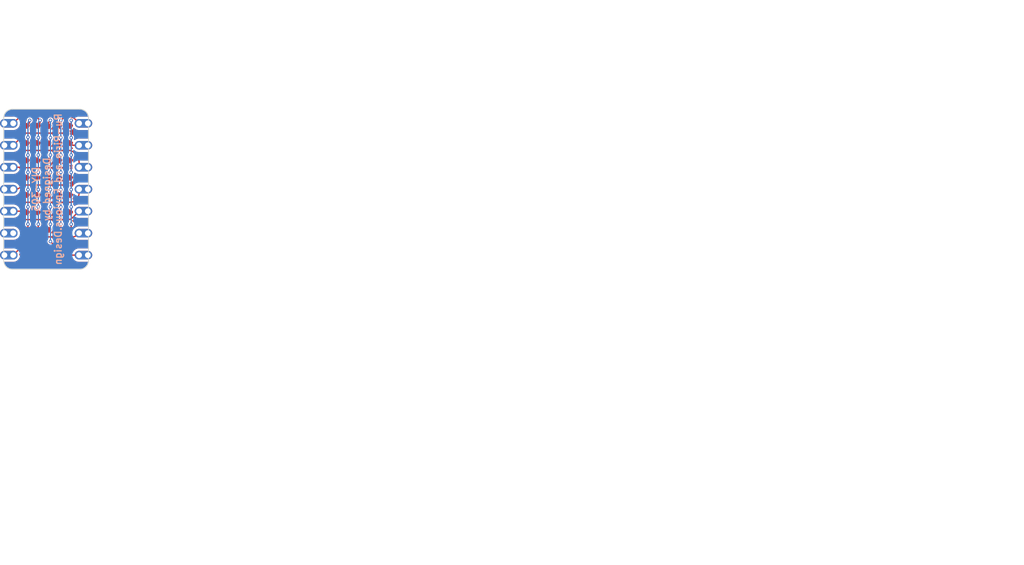
<source format=kicad_pcb>
(kicad_pcb (version 20221018) (generator pcbnew)
  (layers (0 "F.Cu" signal) (31 "B.Cu" signal) (34 "B.Paste" user) (35 "F.Paste" user) (36 "B.SilkS" user "B.Silkscreen") (37 "F.SilkS" user "F.Silkscreen") (38 "B.Mask" user) (39 "F.Mask" user) (44 "Edge.Cuts" user))
  (net 0 "")
  (net 1 "R1")
  (net 2 "C1")
  (net 3 "R2")
  (net 4 "R3")
  (net 5 "R4")
  (net 6 "R5")
  (net 7 "R6")
  (net 8 "R7")
  (net 9 "C2")
  (net 10 "C3")
  (net 11 "C4")
  (net 12 "C5")
  (net 13 "DP")
  (footprint "LED_SMD:LED_0402_1005Metric" (layer "F.Cu") (at 41.25 37.092298 60)
    (fp_text reference "D24" hide)
    (fp_text value "LED" hide)
    (pad "1" smd roundrect (at -0.485 0 60) (size 0.59 0.64) (layers "F.Cu" "F.Paste" "F.Mask") (net 4 "R3"))
    (pad "2" smd roundrect (at 0.485 0 60) (size 0.59 0.64) (layers "F.Cu" "F.Paste" "F.Mask") (net 11 "C4"))
  )
  (footprint "LED_SMD:LED_0402_1005Metric" (layer "F.Cu") (at 42.5 45.092298 60)
    (fp_text reference "D35" hide)
    (fp_text value "LED" hide)
    (pad "1" smd roundrect (at -0.485 0 60) (size 0.59 0.64) (layers "F.Cu" "F.Paste" "F.Mask") (net 8 "R7"))
    (pad "2" smd roundrect (at 0.485 0 60) (size 0.59 0.64) (layers "F.Cu" "F.Paste" "F.Mask") (net 12 "C5"))
  )
  (footprint "LED_SMD:LED_0402_1005Metric" (layer "F.Cu") (at 38.75 45.092298 60)
    (fp_text reference "D14" hide)
    (fp_text value "LED" hide)
    (pad "1" smd roundrect (at -0.485 0 60) (size 0.59 0.64) (layers "F.Cu" "F.Paste" "F.Mask") (net 8 "R7"))
    (pad "2" smd roundrect (at 0.485 0 60) (size 0.59 0.64) (layers "F.Cu" "F.Paste" "F.Mask") (net 9 "C2"))
  )
  (footprint "LED_SMD:LED_0402_1005Metric" (layer "F.Cu") (at 38.75 43.092298 60)
    (fp_text reference "D13" hide)
    (fp_text value "LED" hide)
    (pad "1" smd roundrect (at -0.485 0 60) (size 0.59 0.64) (layers "F.Cu" "F.Paste" "F.Mask") (net 7 "R6"))
    (pad "2" smd roundrect (at 0.485 0 60) (size 0.59 0.64) (layers "F.Cu" "F.Paste" "F.Mask") (net 9 "C2"))
  )
  (footprint "LED_SMD:LED_0402_1005Metric" (layer "F.Cu") (at 37.5 33.092298 60)
    (fp_text reference "D1" hide)
    (fp_text value "LED" hide)
    (pad "1" smd roundrect (at -0.485 0 60) (size 0.59 0.64) (layers "F.Cu" "F.Paste" "F.Mask") (net 1 "R1"))
    (pad "2" smd roundrect (at 0.485 0 60) (size 0.59 0.64) (layers "F.Cu" "F.Paste" "F.Mask") (net 2 "C1"))
  )
  (footprint "LED_SMD:LED_0402_1005Metric" (layer "F.Cu") (at 41.25 35.092298 60)
    (fp_text reference "D23" hide)
    (fp_text value "LED" hide)
    (pad "1" smd roundrect (at -0.485 0 60) (size 0.59 0.64) (layers "F.Cu" "F.Paste" "F.Mask") (net 3 "R2"))
    (pad "2" smd roundrect (at 0.485 0 60) (size 0.59 0.64) (layers "F.Cu" "F.Paste" "F.Mask") (net 11 "C4"))
  )
  (footprint "LED_SMD:LED_0402_1005Metric" (layer "F.Cu") (at 37.5 43.092298 60)
    (fp_text reference "D6" hide)
    (fp_text value "LED" hide)
    (pad "1" smd roundrect (at -0.485 0 60) (size 0.59 0.64) (layers "F.Cu" "F.Paste" "F.Mask") (net 7 "R6"))
    (pad "2" smd roundrect (at 0.485 0 60) (size 0.59 0.64) (layers "F.Cu" "F.Paste" "F.Mask") (net 2 "C1"))
  )
  (footprint "LED_SMD:LED_0402_1005Metric" (layer "F.Cu") (at 40 37.092298 60)
    (fp_text reference "D17" hide)
    (fp_text value "LED" hide)
    (pad "1" smd roundrect (at -0.485 0 60) (size 0.59 0.64) (layers "F.Cu" "F.Paste" "F.Mask") (net 4 "R3"))
    (pad "2" smd roundrect (at 0.485 0 60) (size 0.59 0.64) (layers "F.Cu" "F.Paste" "F.Mask") (net 10 "C3"))
  )
  (footprint "LED_SMD:LED_0402_1005Metric" (layer "F.Cu") (at 41.25 39.092298 60)
    (fp_text reference "D25" hide)
    (fp_text value "LED" hide)
    (pad "1" smd roundrect (at -0.485 0 60) (size 0.59 0.64) (layers "F.Cu" "F.Paste" "F.Mask") (net 5 "R4"))
    (pad "2" smd roundrect (at 0.485 0 60) (size 0.59 0.64) (layers "F.Cu" "F.Paste" "F.Mask") (net 11 "C4"))
  )
  (footprint "LED_SMD:LED_0402_1005Metric" (layer "F.Cu") (at 38.75 39.092298 60)
    (fp_text reference "D11" hide)
    (fp_text value "LED" hide)
    (pad "1" smd roundrect (at -0.485 0 60) (size 0.59 0.64) (layers "F.Cu" "F.Paste" "F.Mask") (net 5 "R4"))
    (pad "2" smd roundrect (at 0.485 0 60) (size 0.59 0.64) (layers "F.Cu" "F.Paste" "F.Mask") (net 9 "C2"))
  )
  (footprint "LED_SMD:LED_0402_1005Metric" (layer "F.Cu") (at 41.25 43.092298 60)
    (fp_text reference "D27" hide)
    (fp_text value "LED" hide)
    (pad "1" smd roundrect (at -0.485 0 60) (size 0.59 0.64) (layers "F.Cu" "F.Paste" "F.Mask") (net 7 "R6"))
    (pad "2" smd roundrect (at 0.485 0 60) (size 0.59 0.64) (layers "F.Cu" "F.Paste" "F.Mask") (net 11 "C4"))
  )
  (footprint "LED_SMD:LED_0402_1005Metric" (layer "F.Cu") (at 38.75 37.092298 60)
    (fp_text reference "D10" hide)
    (fp_text value "LED" hide)
    (pad "1" smd roundrect (at -0.485 0 60) (size 0.59 0.64) (layers "F.Cu" "F.Paste" "F.Mask") (net 4 "R3"))
    (pad "2" smd roundrect (at 0.485 0 60) (size 0.59 0.64) (layers "F.Cu" "F.Paste" "F.Mask") (net 9 "C2"))
  )
  (footprint "LED_SMD:LED_0402_1005Metric" (layer "F.Cu") (at 42.5 43.092298 60)
    (fp_text reference "D34" hide)
    (fp_text value "LED" hide)
    (pad "1" smd roundrect (at -0.485 0 60) (size 0.59 0.64) (layers "F.Cu" "F.Paste" "F.Mask") (net 7 "R6"))
    (pad "2" smd roundrect (at 0.485 0 60) (size 0.59 0.64) (layers "F.Cu" "F.Paste" "F.Mask") (net 12 "C5"))
  )
  (footprint "LED_SMD:LED_0402_1005Metric" (layer "F.Cu") (at 37.5 41.092298 60)
    (fp_text reference "D5" hide)
    (fp_text value "LED" hide)
    (pad "1" smd roundrect (at -0.485 0 60) (size 0.59 0.64) (layers "F.Cu" "F.Paste" "F.Mask") (net 6 "R5"))
    (pad "2" smd roundrect (at 0.485 0 60) (size 0.59 0.64) (layers "F.Cu" "F.Paste" "F.Mask") (net 2 "C1"))
  )
  (footprint "LED_SMD:LED_0402_1005Metric" (layer "F.Cu") (at 40 39.092298 60)
    (fp_text reference "D18" hide)
    (fp_text value "LED" hide)
    (pad "1" smd roundrect (at -0.485 0 60) (size 0.59 0.64) (layers "F.Cu" "F.Paste" "F.Mask") (net 5 "R4"))
    (pad "2" smd roundrect (at 0.485 0 60) (size 0.59 0.64) (layers "F.Cu" "F.Paste" "F.Mask") (net 10 "C3"))
  )
  (footprint "LED_SMD:LED_0402_1005Metric" (layer "F.Cu") (at 38.75 33.092298 60)
    (fp_text reference "D8" hide)
    (fp_text value "LED" hide)
    (pad "1" smd roundrect (at -0.485 0 60) (size 0.59 0.64) (layers "F.Cu" "F.Paste" "F.Mask") (net 1 "R1"))
    (pad "2" smd roundrect (at 0.485 0 60) (size 0.59 0.64) (layers "F.Cu" "F.Paste" "F.Mask") (net 9 "C2"))
  )
  (footprint "LED_SMD:LED_0402_1005Metric" (layer "F.Cu") (at 37.5 37.092298 60)
    (fp_text reference "D3" hide)
    (fp_text value "LED" hide)
    (pad "1" smd roundrect (at -0.485 0 60) (size 0.59 0.64) (layers "F.Cu" "F.Paste" "F.Mask") (net 4 "R3"))
    (pad "2" smd roundrect (at 0.485 0 60) (size 0.59 0.64) (layers "F.Cu" "F.Paste" "F.Mask") (net 2 "C1"))
  )
  (footprint "LED_SMD:LED_0402_1005Metric" (layer "F.Cu") (at 40 43.092298 60)
    (fp_text reference "D20" hide)
    (fp_text value "LED" hide)
    (pad "1" smd roundrect (at -0.485 0 60) (size 0.59 0.64) (layers "F.Cu" "F.Paste" "F.Mask") (net 7 "R6"))
    (pad "2" smd roundrect (at 0.485 0 60) (size 0.59 0.64) (layers "F.Cu" "F.Paste" "F.Mask") (net 10 "C3"))
  )
  (footprint "LED_SMD:LED_0402_1005Metric" (layer "F.Cu") (at 38.75 41.092298 60)
    (fp_text reference "D12" hide)
    (fp_text value "LED" hide)
    (pad "1" smd roundrect (at -0.485 0 60) (size 0.59 0.64) (layers "F.Cu" "F.Paste" "F.Mask") (net 6 "R5"))
    (pad "2" smd roundrect (at 0.485 0 60) (size 0.59 0.64) (layers "F.Cu" "F.Paste" "F.Mask") (net 9 "C2"))
  )
  (footprint "LED_SMD:LED_0402_1005Metric" (layer "F.Cu") (at 42.5 41.092298 60)
    (fp_text reference "D33" hide)
    (fp_text value "LED" hide)
    (pad "1" smd roundrect (at -0.485 0 60) (size 0.59 0.64) (layers "F.Cu" "F.Paste" "F.Mask") (net 6 "R5"))
    (pad "2" smd roundrect (at 0.485 0 60) (size 0.59 0.64) (layers "F.Cu" "F.Paste" "F.Mask") (net 12 "C5"))
  )
  (footprint "LED_SMD:LED_0402_1005Metric" (layer "F.Cu") (at 37.5 45.092298 60)
    (fp_text reference "D7" hide)
    (fp_text value "LED" hide)
    (pad "1" smd roundrect (at -0.485 0 60) (size 0.59 0.64) (layers "F.Cu" "F.Paste" "F.Mask") (net 8 "R7"))
    (pad "2" smd roundrect (at 0.485 0 60) (size 0.59 0.64) (layers "F.Cu" "F.Paste" "F.Mask") (net 2 "C1"))
  )
  (footprint "LED_SMD:LED_0402_1005Metric" (layer "F.Cu") (at 42.5 39.092298 60)
    (fp_text reference "D32" hide)
    (fp_text value "LED" hide)
    (pad "1" smd roundrect (at -0.485 0 60) (size 0.59 0.64) (layers "F.Cu" "F.Paste" "F.Mask") (net 5 "R4"))
    (pad "2" smd roundrect (at 0.485 0 60) (size 0.59 0.64) (layers "F.Cu" "F.Paste" "F.Mask") (net 12 "C5"))
  )
  (footprint "LED_SMD:LED_0402_1005Metric" (layer "F.Cu") (at 40 45.092298 60)
    (fp_text reference "D21" hide)
    (fp_text value "LED" hide)
    (pad "1" smd roundrect (at -0.485 0 60) (size 0.59 0.64) (layers "F.Cu" "F.Paste" "F.Mask") (net 8 "R7"))
    (pad "2" smd roundrect (at 0.485 0 60) (size 0.59 0.64) (layers "F.Cu" "F.Paste" "F.Mask") (net 10 "C3"))
  )
  (footprint "LED_SMD:LED_0402_1005Metric" (layer "F.Cu") (at 37.5 39.092298 60)
    (fp_text reference "D4" hide)
    (fp_text value "LED" hide)
    (pad "1" smd roundrect (at -0.485 0 60) (size 0.59 0.64) (layers "F.Cu" "F.Paste" "F.Mask") (net 5 "R4"))
    (pad "2" smd roundrect (at 0.485 0 60) (size 0.59 0.64) (layers "F.Cu" "F.Paste" "F.Mask") (net 2 "C1"))
  )
  (footprint "LED_SMD:LED_0402_1005Metric" (layer "F.Cu") (at 40 33.092298 60)
    (fp_text reference "D15" hide)
    (fp_text value "LED" hide)
    (pad "1" smd roundrect (at -0.485 0 60) (size 0.59 0.64) (layers "F.Cu" "F.Paste" "F.Mask") (net 1 "R1"))
    (pad "2" smd roundrect (at 0.485 0 60) (size 0.59 0.64) (layers "F.Cu" "F.Paste" "F.Mask") (net 10 "C3"))
  )
  (footprint "LED_SMD:LED_0402_1005Metric" (layer "F.Cu") (at 41.25 45.092298 60)
    (fp_text reference "D28" hide)
    (fp_text value "LED" hide)
    (pad "1" smd roundrect (at -0.485 0 60) (size 0.59 0.64) (layers "F.Cu" "F.Paste" "F.Mask") (net 8 "R7"))
    (pad "2" smd roundrect (at 0.485 0 60) (size 0.59 0.64) (layers "F.Cu" "F.Paste" "F.Mask") (net 11 "C4"))
  )
  (footprint "LED_SMD:LED_0402_1005Metric" (layer "F.Cu") (at 42.5 37.092298 60)
    (fp_text reference "D31" hide)
    (fp_text value "LED" hide)
    (pad "1" smd roundrect (at -0.485 0 60) (size 0.59 0.64) (layers "F.Cu" "F.Paste" "F.Mask") (net 4 "R3"))
    (pad "2" smd roundrect (at 0.485 0 60) (size 0.59 0.64) (layers "F.Cu" "F.Paste" "F.Mask") (net 12 "C5"))
  )
  (footprint "LED_SMD:LED_0402_1005Metric" (layer "F.Cu") (at 41.25 41.092298 60)
    (fp_text reference "D26" hide)
    (fp_text value "LED" hide)
    (pad "1" smd roundrect (at -0.485 0 60) (size 0.59 0.64) (layers "F.Cu" "F.Paste" "F.Mask") (net 6 "R5"))
    (pad "2" smd roundrect (at 0.485 0 60) (size 0.59 0.64) (layers "F.Cu" "F.Paste" "F.Mask") (net 11 "C4"))
  )
  (footprint "LED_SMD:LED_0402_1005Metric" (layer "F.Cu") (at 37.5 35.092298 60)
    (fp_text reference "D2" hide)
    (fp_text value "LED" hide)
    (pad "1" smd roundrect (at -0.485 0 60) (size 0.59 0.64) (layers "F.Cu" "F.Paste" "F.Mask") (net 3 "R2"))
    (pad "2" smd roundrect (at 0.485 0 60) (size 0.59 0.64) (layers "F.Cu" "F.Paste" "F.Mask") (net 2 "C1"))
  )
  (footprint "LED_SMD:LED_0402_1005Metric" (layer "F.Cu") (at 37.5 47.092298 60)
    (fp_text reference "D36" hide)
    (fp_text value "LED" hide)
    (pad "1" smd roundrect (at -0.485 0 60) (size 0.59 0.64) (layers "F.Cu" "F.Paste" "F.Mask") (net 8 "R7"))
    (pad "2" smd roundrect (at 0.485 0 60) (size 0.59 0.64) (layers "F.Cu" "F.Paste" "F.Mask") (net 13 "DP"))
  )
  (footprint "LED_SMD:LED_0402_1005Metric" (layer "F.Cu") (at 42.5 33.092298 60)
    (fp_text reference "D29" hide)
    (fp_text value "LED" hide)
    (pad "1" smd roundrect (at -0.485 0 60) (size 0.59 0.64) (layers "F.Cu" "F.Paste" "F.Mask") (net 1 "R1"))
    (pad "2" smd roundrect (at 0.485 0 60) (size 0.59 0.64) (layers "F.Cu" "F.Paste" "F.Mask") (net 12 "C5"))
  )
  (footprint "Connector_PinHeader_1.00mm:PinHeader_1x14_P1.00mm_Vertical" (layer "F.Cu") (at 36.19 32.38)
    (fp_text reference "J3" hide)
    (fp_text value "Conn_01x14" hide)
    (pad "1" thru_hole roundrect (at -1.016 0) (size 2.032 0.999996) (drill 0.67 (offset 0.508 0.000002)) (layers "*.Cu" "*.Mask") (roundrect_rratio 0.5) (net 9 "C2"))
    (pad "1" thru_hole circle (at 0 0) (size 1 1) (drill 0.67) (layers "*.Cu" "*.Mask") (net 9 "C2"))
    (pad "2" thru_hole roundrect (at -1.016 2.54) (size 2.032 0.999996) (drill 0.67 (offset 0.508 0.000002)) (layers "*.Cu" "*.Mask") (roundrect_rratio 0.5) (net 1 "R1"))
    (pad "2" thru_hole circle (at 0 2.54) (size 1 1) (drill 0.67) (layers "*.Cu" "*.Mask") (net 1 "R1"))
    (pad "3" thru_hole roundrect (at -1.016 5.08) (size 2.032 0.999996) (drill 0.67 (offset 0.508 0.000002)) (layers "*.Cu" "*.Mask") (roundrect_rratio 0.5) (net 4 "R3"))
    (pad "3" thru_hole circle (at 0 5.08) (size 1 1) (drill 0.67) (layers "*.Cu" "*.Mask") (net 4 "R3"))
    (pad "4" thru_hole roundrect (at -1.016 7.62) (size 2.032 0.999996) (drill 0.67 (offset 0.508 0.000002)) (layers "*.Cu" "*.Mask") (roundrect_rratio 0.5) (net 5 "R4"))
    (pad "4" thru_hole circle (at 0 7.62) (size 1 1) (drill 0.67) (layers "*.Cu" "*.Mask") (net 5 "R4"))
    (pad "5" thru_hole roundrect (at -1.016 10.16) (size 2.032 0.999996) (drill 0.67 (offset 0.508 0.000002)) (layers "*.Cu" "*.Mask") (roundrect_rratio 0.5) (net 2 "C1"))
    (pad "5" thru_hole circle (at 0 10.16) (size 1 1) (drill 0.67) (layers "*.Cu" "*.Mask") (net 2 "C1"))
    (pad "6" thru_hole roundrect (at -1.016 12.7) (size 2.032 0.999996) (drill 0.67 (offset 0.508 0.000002)) (layers "*.Cu" "*.Mask") (roundrect_rratio 0.5))
    (pad "6" thru_hole circle (at 0 12.7) (size 1 1) (drill 0.67) (layers "*.Cu" "*.Mask"))
    (pad "7" thru_hole roundrect (at -1.016 15.24) (size 2.032 0.999996) (drill 0.67 (offset 0.508 0.000002)) (layers "*.Cu" "*.Mask") (roundrect_rratio 0.5) (net 13 "DP"))
    (pad "7" thru_hole circle (at 0 15.24) (size 1 1) (drill 0.67) (layers "*.Cu" "*.Mask") (net 13 "DP"))
    (pad "8" thru_hole circle (at 7.62 15.24) (size 1 1) (drill 0.67) (layers "*.Cu" "*.Mask") (net 10 "C3"))
    (pad "8" thru_hole roundrect (at 8.636 15.24) (size 2.032 0.999996) (drill 0.67 (offset -0.508 0.000002)) (layers "*.Cu" "*.Mask") (roundrect_rratio 0.5) (net 10 "C3"))
    (pad "9" thru_hole circle (at 7.62 12.7) (size 1 1) (drill 0.67) (layers "*.Cu" "*.Mask") (net 8 "R7"))
    (pad "9" thru_hole roundrect (at 8.636 12.7) (size 2.032 0.999996) (drill 0.67 (offset -0.508 0.000002)) (layers "*.Cu" "*.Mask") (roundrect_rratio 0.5) (net 8 "R7"))
    (pad "10" thru_hole circle (at 7.62 10.16) (size 1 1) (drill 0.67) (layers "*.Cu" "*.Mask") (net 7 "R6"))
    (pad "10" thru_hole roundrect (at 8.636 10.16) (size 2.032 0.999996) (drill 0.67 (offset -0.508 0.000002)) (layers "*.Cu" "*.Mask") (roundrect_rratio 0.5) (net 7 "R6"))
    (pad "11" thru_hole circle (at 7.62 7.62) (size 1 1) (drill 0.67) (layers "*.Cu" "*.Mask") (net 6 "R5"))
    (pad "11" thru_hole roundrect (at 8.636 7.62) (size 2.032 0.999996) (drill 0.67 (offset -0.508 0.000002)) (layers "*.Cu" "*.Mask") (roundrect_rratio 0.5) (net 6 "R5"))
    (pad "12" thru_hole circle (at 7.62 5.08) (size 1 1) (drill 0.67) (layers "*.Cu" "*.Mask") (net 3 "R2"))
    (pad "12" thru_hole roundrect (at 8.636 5.08) (size 2.032 0.999996) (drill 0.67 (offset -0.508 0.000002)) (layers "*.Cu" "*.Mask") (roundrect_rratio 0.5) (net 3 "R2"))
    (pad "13" thru_hole circle (at 7.62 2.54) (size 1 1) (drill 0.67) (layers "*.Cu" "*.Mask") (net 12 "C5"))
    (pad "13" thru_hole roundrect (at 8.636 2.54) (size 2.032 0.999996) (drill 0.67 (offset -0.508 0.000002)) (layers "*.Cu" "*.Mask") (roundrect_rratio 0.5) (net 12 "C5"))
    (pad "14" thru_hole circle (at 7.62 0) (size 1 1) (drill 0.67) (layers "*.Cu" "*.Mask") (net 11 "C4"))
    (pad "14" thru_hole roundrect (at 8.636 0) (size 2.032 0.999996) (drill 0.67 (offset -0.508 0.000002)) (layers "*.Cu" "*.Mask") (roundrect_rratio 0.5) (net 11 "C4"))
  )
  (footprint "LED_SMD:LED_0402_1005Metric" (layer "F.Cu") (at 40 35.092298 60)
    (fp_text reference "D16" hide)
    (fp_text value "LED" hide)
    (pad "1" smd roundrect (at -0.485 0 60) (size 0.59 0.64) (layers "F.Cu" "F.Paste" "F.Mask") (net 3 "R2"))
    (pad "2" smd roundrect (at 0.485 0 60) (size 0.59 0.64) (layers "F.Cu" "F.Paste" "F.Mask") (net 10 "C3"))
  )
  (footprint "LED_SMD:LED_0402_1005Metric" (layer "F.Cu") (at 40 41.092298 60)
    (fp_text reference "D19" hide)
    (fp_text value "LED" hide)
    (pad "1" smd roundrect (at -0.485 0 60) (size 0.59 0.64) (layers "F.Cu" "F.Paste" "F.Mask") (net 6 "R5"))
    (pad "2" smd roundrect (at 0.485 0 60) (size 0.59 0.64) (layers "F.Cu" "F.Paste" "F.Mask") (net 10 "C3"))
  )
  (footprint "LED_SMD:LED_0402_1005Metric" (layer "F.Cu") (at 38.75 35.092298 60)
    (fp_text reference "D9" hide)
    (fp_text value "LED" hide)
    (pad "1" smd roundrect (at -0.485 0 60) (size 0.59 0.64) (layers "F.Cu" "F.Paste" "F.Mask") (net 3 "R2"))
    (pad "2" smd roundrect (at 0.485 0 60) (size 0.59 0.64) (layers "F.Cu" "F.Paste" "F.Mask") (net 9 "C2"))
  )
  (footprint "LED_SMD:LED_0402_1005Metric" (layer "F.Cu") (at 41.25 33.092298 60)
    (fp_text reference "D22" hide)
    (fp_text value "LED" hide)
    (pad "1" smd roundrect (at -0.485 0 60) (size 0.59 0.64) (layers "F.Cu" "F.Paste" "F.Mask") (net 1 "R1"))
    (pad "2" smd roundrect (at 0.485 0 60) (size 0.59 0.64) (layers "F.Cu" "F.Paste" "F.Mask") (net 11 "C4"))
  )
  (footprint "LED_SMD:LED_0402_1005Metric" (layer "F.Cu") (at 42.5 35.092298 60)
    (fp_text reference "D30" hide)
    (fp_text value "LED" hide)
    (pad "1" smd roundrect (at -0.485 0 60) (size 0.59 0.64) (layers "F.Cu" "F.Paste" "F.Mask") (net 3 "R2"))
    (pad "2" smd roundrect (at 0.485 0 60) (size 0.59 0.64) (layers "F.Cu" "F.Paste" "F.Mask") (net 12 "C5"))
  )
  (gr_line (start 43.9 49.25) (end 36.1 49.25) (stroke (width 0.1)) (layer "Edge.Cuts"))
  (gr_arc (start 44.9 48.25) (mid 44.607107 48.957106) (end 43.9 49.25) (stroke (width 0.1)) (layer "Edge.Cuts"))
  (gr_line (start 36.1 30.75) (end 43.9 30.75) (stroke (width 0.1)) (layer "Edge.Cuts"))
  (gr_arc (start 43.9 30.75) (mid 44.607106 31.042894) (end 44.9 31.75) (stroke (width 0.1)) (layer "Edge.Cuts"))
  (gr_line (start 44.9 31.75) (end 44.9 48.25) (stroke (width 0.1)) (layer "Edge.Cuts"))
  (gr_arc (start 35.1 31.75) (mid 35.392893 31.042894) (end 36.1 30.75) (stroke (width 0.1)) (layer "Edge.Cuts"))
  (gr_line (start 35.1 48.25) (end 35.1 31.75) (stroke (width 0.1)) (layer "Edge.Cuts"))
  (gr_arc (start 36.1 49.25) (mid 35.392894 48.957107) (end 35.1 48.25) (stroke (width 0.1)) (layer "Edge.Cuts"))
  (gr_text "DIY-305\nDesigned by\nRu-Pirie and Envious.Design" (at 40.1 40 90) (layer "B.SilkS") (effects (font (size 0.8 0.8)) (justify mirror)))
  (segment (start 38.5075 33.512298) (end 39.7575 33.512298) (width 0.15) (layer "F.Cu") (net 1))
  (segment (start 38.5075 33.512298) (end 37.2575 33.512298) (width 0.15) (layer "F.Cu") (net 1))
  (segment (start 37.137228 33.972771) (end 36.19 34.92) (width 0.15) (layer "F.Cu") (net 1))
  (segment (start 41.945 33.512298) (end 41.32 33.512298) (width 0.15) (layer "F.Cu") (net 1))
  (segment (start 37.2575 33.68241) (end 37.2575 33.51232) (width 0.15) (layer "F.Cu") (net 1))
  (segment (start 40.695 33.512298) (end 39.7575 33.512298) (width 0.15) (layer "F.Cu") (net 1))
  (segment (start 41.32 33.512298) (end 40.695 33.512298) (width 0.15) (layer "F.Cu") (net 1))
  (segment (start 41.945 33.512298) (end 42.2575 33.512298) (width 0.15) (layer "F.Cu") (net 1))
  (arc (start 37.2575 33.68241) (mid 37.226242 33.839552) (end 37.137228 33.972771) (width 0.15) (layer "F.Cu") (net 1))
  (segment (start 37.9 44.042298) (end 37.9 44.403428) (width 0.15) (layer "F.Cu") (net 2))
  (segment (start 37.82125 36.593548) (end 37.7425 36.672298) (width 0.15) (layer "F.Cu") (net 2))
  (segment (start 37.9 38.403428) (end 37.9 38.042298) (width 0.15) (layer "F.Cu") (net 2))
  (segment (start 37.82125 42.593548) (end 37.7425 42.672298) (width 0.15) (layer "F.Cu") (net 2))
  (segment (start 37.82125 44.593548) (end 37.7425 44.672298) (width 0.15) (layer "F.Cu") (net 2))
  (segment (start 37.82125 40.593548) (end 37.7425 40.672298) (width 0.15) (layer "F.Cu") (net 2))
  (segment (start 37.82125 38.593548) (end 37.7425 38.672298) (width 0.15) (layer "F.Cu") (net 2))
  (segment (start 37.9 42.042298) (end 37.9 42.403428) (width 0.15) (layer "F.Cu") (net 2))
  (segment (start 38.1 32.178548) (end 38.1 32.042298) (width 0.15) (layer "F.Cu") (net 2))
  (segment (start 37.9 36.403428) (end 37.9 36.052298) (width 0.15) (layer "F.Cu") (net 2))
  (segment (start 37.676362 42.606138) (end 37.7425 42.672276) (width 0.15) (layer "F.Cu") (net 2))
  (segment (start 38.003656 32.411141) (end 37.7425 32.672298) (width 0.15) (layer "F.Cu") (net 2))
  (segment (start 37.9 40.042298) (end 37.9 40.403428) (width 0.15) (layer "F.Cu") (net 2))
  (segment (start 37.9 34.403428) (end 37.9 33.992298) (width 0.15) (layer "F.Cu") (net 2))
  (segment (start 37.51669 42.54) (end 36.19 42.54) (width 0.15) (layer "F.Cu") (net 2))
  (segment (start 37.82125 34.593548) (end 37.7425 34.672298) (width 0.15) (layer "F.Cu") (net 2))
  (via (at 37.9 42.042298) (size 0.4) (drill 0.2) (layers "F.Cu" "B.Cu") (net 2))
  (via (at 38.1 32.042298) (size 0.4) (drill 0.2) (layers "F.Cu" "B.Cu") (net 2))
  (via (at 37.9 44.042298) (size 0.4) (drill 0.2) (layers "F.Cu" "B.Cu") (net 2))
  (via (at 37.9 40.042298) (size 0.4) (drill 0.2) (layers "F.Cu" "B.Cu") (net 2))
  (via (at 37.9 33.992298) (size 0.4) (drill 0.2) (layers "F.Cu" "B.Cu") (net 2))
  (via (at 37.9 38.042298) (size 0.4) (drill 0.2) (layers "F.Cu" "B.Cu") (net 2))
  (via (at 37.9 36.052298) (size 0.4) (drill 0.2) (layers "F.Cu" "B.Cu") (net 2))
  (arc (start 37.676362 42.606138) (mid 37.603104 42.557188) (end 37.51669 42.54) (width 0.15) (layer "F.Cu") (net 2))
  (arc (start 37.9 38.403428) (mid 37.879533 38.50632) (end 37.82125 38.593548) (width 0.15) (layer "F.Cu") (net 2))
  (arc (start 37.9 44.403428) (mid 37.879533 44.50632) (end 37.82125 44.593548) (width 0.15) (layer "F.Cu") (net 2))
  (arc (start 37.9 42.403428) (mid 37.879533 42.50632) (end 37.82125 42.593548) (width 0.15) (layer "F.Cu") (net 2))
  (arc (start 37.9 34.403428) (mid 37.879533 34.50632) (end 37.82125 34.593548) (width 0.15) (layer "F.Cu") (net 2))
  (arc (start 38.1 32.178548) (mid 38.074961 32.304426) (end 38.003656 32.411141) (width 0.15) (layer "F.Cu") (net 2))
  (arc (start 37.9 40.403428) (mid 37.879533 40.50632) (end 37.82125 40.593548) (width 0.15) (layer "F.Cu") (net 2))
  (arc (start 37.9 36.403428) (mid 37.879533 36.50632) (end 37.82125 36.593548) (width 0.15) (layer "F.Cu") (net 2))
  (segment (start 37.9 42.042298) (end 37.9 44.042298) (width 0.15) (layer "B.Cu") (net 2))
  (segment (start 38.1 32.042298) (end 38 32.142298) (width 0.15) (layer "B.Cu") (net 2))
  (segment (start 37.9 40.042298) (end 37.9 42.042298) (width 0.15) (layer "B.Cu") (net 2))
  (segment (start 37.9 36.052298) (end 37.9 33.992298) (width 0.15) (layer "B.Cu") (net 2))
  (segment (start 37.9 40.042298) (end 37.9 38.042298) (width 0.15) (layer "B.Cu") (net 2))
  (segment (start 37.9 32.383719) (end 37.9 33.992298) (width 0.15) (layer "B.Cu") (net 2))
  (segment (start 37.9 36.052298) (end 37.9 38.042298) (width 0.15) (layer "B.Cu") (net 2))
  (arc (start 38 32.142298) (mid 37.925989 32.253062) (end 37.9 32.383719) (width 0.15) (layer "B.Cu") (net 2))
  (segment (start 37.19625 35.512298) (end 37.135 35.512298) (width 0.15) (layer "F.Cu") (net 3))
  (segment (start 41.0075 35.512298) (end 42.2575 35.512298) (width 0.15) (layer "F.Cu") (net 3))
  (segment (start 38.5075 35.512298) (end 39.7575 35.512298) (width 0.15) (layer "F.Cu") (net 3))
  (segment (start 43.81 36.905628) (end 43.81 37.46) (width 0.15) (layer "F.Cu") (net 3))
  (segment (start 43.418 35.959257) (end 43.223345 35.764602) (width 0.15) (layer "F.Cu") (net 3))
  (segment (start 38.5075 35.512298) (end 37.31875 35.512298) (width 0.15) (layer "F.Cu") (net 3))
  (segment (start 37.31875 35.512298) (end 37.19625 35.512298) (width 0.15) (layer "F.Cu") (net 3))
  (segment (start 42.614281 35.51232) (end 42.2575 35.51232) (width 0.15) (layer "F.Cu") (net 3))
  (segment (start 41.0075 35.512298) (end 39.7575 35.512298) (width 0.15) (layer "F.Cu") (net 3))
  (arc (start 43.418 35.959257) (mid 43.708122 36.393455) (end 43.81 36.905628) (width 0.15) (layer "F.Cu") (net 3))
  (arc (start 43.223345 35.764602) (mid 42.943904 35.577885) (end 42.614281 35.51232) (width 0.15) (layer "F.Cu") (net 3))
  (segment (start 41.32 37.512298) (end 40.695 37.512298) (width 0.15) (layer "F.Cu") (net 4))
  (segment (start 39.7575 37.512298) (end 40.695 37.512298) (width 0.15) (layer "F.Cu") (net 4))
  (segment (start 41.945 37.512298) (end 41.32 37.512298) (width 0.15) (layer "F.Cu") (net 4))
  (segment (start 37.220504 37.51232) (end 37.165022 37.51232) (width 0.15) (layer "F.Cu") (net 4))
  (segment (start 38.5075 37.512298) (end 37.2575 37.512298) (width 0.15) (layer "F.Cu") (net 4))
  (segment (start 38.5075 37.512298) (end 39.7575 37.512298) (width 0.15) (layer "F.Cu") (net 4))
  (segment (start 37.168184 37.46) (end 36.19 37.46) (width 0.15) (layer "F.Cu") (net 4))
  (segment (start 41.945 37.512298) (end 42.2575 37.512298) (width 0.15) (layer "F.Cu") (net 4))
  (arc (start 37.23134 37.48616) (mid 37.234661 37.50286) (end 37.220504 37.51232) (width 0.15) (layer "F.Cu") (net 4))
  (arc (start 37.23134 37.48616) (mid 37.202363 37.466798) (end 37.168184 37.46) (width 0.15) (layer "F.Cu") (net 4))
  (segment (start 36.47991 40) (end 36.19 40) (width 0.15) (layer "F.Cu") (net 5))
  (segment (start 39.7575 39.512298) (end 41.0075 39.512298) (width 0.15) (layer "F.Cu") (net 5))
  (segment (start 38.5075 39.512298) (end 39.7575 39.512298) (width 0.15) (layer "F.Cu") (net 5))
  (segment (start 41.945 39.512298) (end 41.32 39.512298) (width 0.15) (layer "F.Cu") (net 5))
  (segment (start 38.5075 39.512298) (end 37.2575 39.512298) (width 0.15) (layer "F.Cu") (net 5))
  (segment (start 41.945 39.512298) (end 42.2575 39.512298) (width 0.15) (layer "F.Cu") (net 5))
  (segment (start 41.32 39.512298) (end 41.0075 39.512298) (width 0.15) (layer "F.Cu") (net 5))
  (segment (start 36.974817 39.795002) (end 37.2575 39.51232) (width 0.15) (layer "F.Cu") (net 5))
  (arc (start 36.974817 39.795002) (mid 36.747751 39.946722) (end 36.47991 40) (width 0.15) (layer "F.Cu") (net 5))
  (segment (start 43.81 40.441941) (end 43.81 40) (width 0.15) (layer "F.Cu") (net 6))
  (segment (start 43.497499 41.196382) (end 43.495781 41.198101) (width 0.15) (layer "F.Cu") (net 6))
  (segment (start 38.5075 41.512298) (end 37.2575 41.512298) (width 0.15) (layer "F.Cu") (net 6))
  (segment (start 39.7575 41.512298) (end 38.5075 41.512298) (width 0.15) (layer "F.Cu") (net 6))
  (segment (start 41.0075 41.512298) (end 42.2575 41.512298) (width 0.15) (layer "F.Cu") (net 6))
  (segment (start 42.73719 41.51232) (end 42.2575 41.51232) (width 0.15) (layer "F.Cu") (net 6))
  (segment (start 39.7575 41.512298) (end 41.0075 41.512298) (width 0.15) (layer "F.Cu") (net 6))
  (arc (start 43.495781 41.198101) (mid 43.147736 41.430657) (end 42.73719 41.51232) (width 0.15) (layer "F.Cu") (net 6))
  (arc (start 43.81 40.441941) (mid 43.728783 40.850241) (end 43.497499 41.196382) (width 0.15) (layer "F.Cu") (net 6))
  (segment (start 43.805628 42.54) (end 43.81 42.54) (width 0.15) (layer "F.Cu") (net 7))
  (segment (start 43.798165 42.543091) (end 43.03097 43.310286) (width 0.15) (layer "F.Cu") (net 7))
  (segment (start 41.0075 43.512298) (end 39.7575 43.512298) (width 0.15) (layer "F.Cu") (net 7))
  (segment (start 41.0075 43.512298) (end 42.2575 43.512298) (width 0.15) (layer "F.Cu") (net 7))
  (segment (start 42.543218 43.51232) (end 42.2575 43.51232) (width 0.15) (layer "F.Cu") (net 7))
  (segment (start 38.5075 43.512298) (end 37.2575 43.512298) (width 0.15) (layer "F.Cu") (net 7))
  (segment (start 38.5075 43.512298) (end 39.7575 43.512298) (width 0.15) (layer "F.Cu") (net 7))
  (arc (start 43.03097 43.310286) (mid 42.807187 43.459813) (end 42.543218 43.51232) (width 0.15) (layer "F.Cu") (net 7))
  (arc (start 43.805628 42.54) (mid 43.801589 42.540803) (end 43.798165 42.543091) (width 0.15) (layer "F.Cu") (net 7))
  (segment (start 43.071983 45.51232) (end 42.2575 45.51232) (width 0.15) (layer "F.Cu") (net 8))
  (segment (start 38.5075 46.56057) (end 38.5075 45.51232) (width 0.15) (layer "F.Cu") (net 8))
  (segment (start 37.603739 47.51232) (end 37.2575 47.51232) (width 0.15) (layer "F.Cu") (net 8))
  (segment (start 38.5075 45.512298) (end 37.2575 45.512298) (width 0.15) (layer "F.Cu") (net 8))
  (segment (start 38.194805 47.267492) (end 38.228739 47.233559) (width 0.15) (layer "F.Cu") (net 8))
  (segment (start 39.7575 45.512298) (end 38.5075 45.512298) (width 0.15) (layer "F.Cu") (net 8))
  (segment (start 41.0075 45.512298) (end 39.7575 45.512298) (width 0.15) (layer "F.Cu") (net 8))
  (segment (start 43.59384 45.29616) (end 43.81 45.08) (width 0.15) (layer "F.Cu") (net 8))
  (segment (start 41.0075 45.512298) (end 42.2575 45.512298) (width 0.15) (layer "F.Cu") (net 8))
  (arc (start 43.59384 45.29616) (mid 43.35441 45.456141) (end 43.071983 45.51232) (width 0.15) (layer "F.Cu") (net 8))
  (arc (start 38.5075 46.56057) (mid 38.435052 46.924789) (end 38.228739 47.233559) (width 0.15) (layer "F.Cu") (net 8))
  (arc (start 38.194805 47.267492) (mid 37.923621 47.448691) (end 37.603739 47.51232) (width 0.15) (layer "F.Cu") (net 8))
  (segment (start 39.3 32.203548) (end 39.3 32.042298) (width 0.15) (layer "F.Cu") (net 9))
  (segment (start 39.1 36.042298) (end 39.1 36.488784) (width 0.15) (layer "F.Cu") (net 9))
  (segment (start 38.574479 31.617298) (end 37.492013 31.617298) (width 0.15) (layer "F.Cu") (net 9))
  (segment (start 36.571351 31.998649) (end 36.19 32.38) (width 0.15) (layer "F.Cu") (net 9))
  (segment (start 39.04625 34.618548) (end 38.9925 34.672298) (width 0.15) (layer "F.Cu") (net 9))
  (segment (start 39.04625 36.618548) (end 38.9925 36.672298) (width 0.15) (layer "F.Cu") (net 9))
  (segment (start 39.1 34.488784) (end 39.1 34.042298) (width 0.15) (layer "F.Cu") (net 9))
  (segment (start 39.1 42.488784) (end 39.1 42.042298) (width 0.15) (layer "F.Cu") (net 9))
  (segment (start 39.04625 42.618548) (end 38.9925 42.672298) (width 0.15) (layer "F.Cu") (net 9))
  (segment (start 39.04625 44.618548) (end 38.9925 44.672298) (width 0.15) (layer "F.Cu") (net 9))
  (segment (start 39.1 38.042298) (end 39.1 38.488784) (width 0.15) (layer "F.Cu") (net 9))
  (segment (start 39.0875 31.829798) (end 39.3 32.042298) (width 0.15) (layer "F.Cu") (net 9))
  (segment (start 39.04625 40.618548) (end 38.9925 40.672298) (width 0.15) (layer "F.Cu") (net 9))
  (segment (start 39.1 44.488784) (end 39.1 44.042298) (width 0.15) (layer "F.Cu") (net 9))
  (segment (start 39.1 40.488784) (end 39.1 40.042298) (width 0.15) (layer "F.Cu") (net 9))
  (segment (start 39.04625 38.618548) (end 38.9925 38.672298) (width 0.15) (layer "F.Cu") (net 9))
  (segment (start 39.185979 32.478818) (end 38.9925 32.672298) (width 0.15) (layer "F.Cu") (net 9))
  (via (at 39.1 44.042298) (size 0.4) (drill 0.2) (layers "F.Cu" "B.Cu") (net 9))
  (via (at 39.1 40.042298) (size 0.4) (drill 0.2) (layers "F.Cu" "B.Cu") (net 9))
  (via (at 39.3 32.042298) (size 0.4) (drill 0.2) (layers "F.Cu" "B.Cu") (net 9))
  (via (at 39.1 42.042298) (size 0.4) (drill 0.2) (layers "F.Cu" "B.Cu") (net 9))
  (via (at 39.1 38.042298) (size 0.4) (drill 0.2) (layers "F.Cu" "B.Cu") (net 9))
  (via (at 39.1 34.042298) (size 0.4) (drill 0.2) (layers "F.Cu" "B.Cu") (net 9))
  (via (at 39.1 36.042298) (size 0.4) (drill 0.2) (layers "F.Cu" "B.Cu") (net 9))
  (arc (start 39.1 40.488784) (mid 39.08603 40.559011) (end 39.04625 40.618548) (width 0.15) (layer "F.Cu") (net 9))
  (arc (start 39.1 42.488784) (mid 39.08603 42.559011) (end 39.04625 42.618548) (width 0.15) (layer "F.Cu") (net 9))
  (arc (start 37.492013 31.617298) (mid 36.993754 31.716407) (end 36.571351 31.998649) (width 0.15) (layer "F.Cu") (net 9))
  (arc (start 39.1 34.488784) (mid 39.08603 34.559011) (end 39.04625 34.618548) (width 0.15) (layer "F.Cu") (net 9))
  (arc (start 39.1 44.488784) (mid 39.08603 44.559011) (end 39.04625 44.618548) (width 0.15) (layer "F.Cu") (net 9))
  (arc (start 39.3 32.203548) (mid 39.270366 32.352523) (end 39.185979 32.478818) (width 0.15) (layer "F.Cu") (net 9))
  (arc (start 39.0875 31.829798) (mid 38.852124 31.672524) (end 38.574479 31.617298) (width 0.15) (layer "F.Cu") (net 9))
  (arc (start 39.1 38.488784) (mid 39.08603 38.559011) (end 39.04625 38.618548) (width 0.15) (layer "F.Cu") (net 9))
  (arc (start 39.1 36.488784) (mid 39.08603 36.559011) (end 39.04625 36.618548) (width 0.15) (layer "F.Cu") (net 9))
  (segment (start 39.2 32.142298) (end 39.3 32.042298) (width 0.15) (layer "B.Cu") (net 9))
  (segment (start 39.1 36.042298) (end 39.1 38.042298) (width 0.15) (layer "B.Cu") (net 9))
  (segment (start 39.1 40.042298) (end 39.1 42.042298) (width 0.15) (layer "B.Cu") (net 9))
  (segment (start 39.1 34.042298) (end 39.1 32.383719) (width 0.15) (layer "B.Cu") (net 9))
  (segment (start 39.1 34.042298) (end 39.1 36.042298) (width 0.15) (layer "B.Cu") (net 9))
  (segment (start 39.1 42.042298) (end 39.1 44.042298) (width 0.15) (layer "B.Cu") (net 9))
  (segment (start 39.1 38.042298) (end 39.1 40.042298) (width 0.15) (layer "B.Cu") (net 9))
  (arc (start 39.2 32.142298) (mid 39.125989 32.253062) (end 39.1 32.383719) (width 0.15) (layer "B.Cu") (net 9))
  (segment (start 40.37125 40.543548) (end 40.2425 40.672298) (width 0.15) (layer "F.Cu") (net 10))
  (segment (start 40.5 34.232718) (end 40.5 34.042298) (width 0.15) (layer "F.Cu") (net 10))
  (segment (start 40.37125 32.171048) (end 40.5 32.042298) (width 0.15) (layer "F.Cu") (net 10))
  (segment (start 40.5 40.042298) (end 40.5 40.232718) (width 0.15) (layer "F.Cu") (net 10))
  (segment (start 40.37125 36.543548) (end 40.2425 36.672298) (width 0.15) (layer "F.Cu") (net 10))
  (segment (start 40.5 46.05) (end 41.454817 47.004817) (width 0.15) (layer "F.Cu") (net 10))
  (segment (start 40.5 38.232718) (end 40.5 38.042298) (width 0.15) (layer "F.Cu") (net 10))
  (segment (start 40.37125 42.543548) (end 40.2425 42.672298) (width 0.15) (layer "F.Cu") (net 10))
  (segment (start 40.37125 44.543548) (end 40.2425 44.672298) (width 0.15) (layer "F.Cu") (net 10))
  (segment (start 40.2425 32.481877) (end 40.2425 32.672276) (width 0.15) (layer "F.Cu") (net 10))
  (segment (start 40.5 36.232718) (end 40.5 36.042298) (width 0.15) (layer "F.Cu") (net 10))
  (segment (start 40.37125 38.543548) (end 40.2425 38.672298) (width 0.15) (layer "F.Cu") (net 10))
  (segment (start 42.94 47.62) (end 43.81 47.62) (width 0.15) (layer "F.Cu") (net 10))
  (segment (start 40.5 42.042298) (end 40.5 42.232718) (width 0.15) (layer "F.Cu") (net 10))
  (segment (start 40.5 44.042298) (end 40.5 44.232718) (width 0.15) (layer "F.Cu") (net 10))
  (segment (start 40.37125 34.543548) (end 40.2425 34.672298) (width 0.15) (layer "F.Cu") (net 10))
  (via (at 40.5 32.042298) (size 0.4) (drill 0.2) (layers "F.Cu" "B.Cu") (net 10))
  (via (at 40.5 42.042298) (size 0.4) (drill 0.2) (layers "F.Cu" "B.Cu") (net 10))
  (via (at 40.5 34.042298) (size 0.4) (drill 0.2) (layers "F.Cu" "B.Cu") (net 10))
  (via (at 40.5 46.05) (size 0.4) (drill 0.2) (layers "F.Cu" "B.Cu") (net 10))
  (via (at 40.5 36.042298) (size 0.4) (drill 0.2) (layers "F.Cu" "B.Cu") (net 10))
  (via (at 40.5 38.042298) (size 0.4) (drill 0.2) (layers "F.Cu" "B.Cu") (net 10))
  (via (at 40.5 44.042298) (size 0.4) (drill 0.2) (layers "F.Cu" "B.Cu") (net 10))
  (via (at 40.5 40.042298) (size 0.4) (drill 0.2) (layers "F.Cu" "B.Cu") (net 10))
  (arc (start 40.5 42.232718) (mid 40.466538 42.400937) (end 40.37125 42.543548) (width 0.15) (layer "F.Cu") (net 10))
  (arc (start 40.5 38.232718) (mid 40.466538 38.400937) (end 40.37125 38.543548) (width 0.15) (layer "F.Cu") (net 10))
  (arc (start 41.454817 47.004817) (mid 42.136224 47.460119) (end 42.94 47.62) (width 0.15) (layer "F.Cu") (net 10))
  (arc (start 40.5 36.232718) (mid 40.466538 36.400937) (end 40.37125 36.543548) (width 0.15) (layer "F.Cu") (net 10))
  (arc (start 40.5 44.232718) (mid 40.466538 44.400937) (end 40.37125 44.543548) (width 0.15) (layer "F.Cu") (net 10))
  (arc (start 40.5 34.232718) (mid 40.466538 34.400937) (end 40.37125 34.543548) (width 0.15) (layer "F.Cu") (net 10))
  (arc (start 40.5 40.232718) (mid 40.466538 40.400937) (end 40.37125 40.543548) (width 0.15) (layer "F.Cu") (net 10))
  (arc (start 40.37125 32.171048) (mid 40.275961 32.313657) (end 40.2425 32.481877) (width 0.15) (layer "F.Cu") (net 10))
  (segment (start 40.5 34.042298) (end 40.5 36.042298) (width 0.15) (layer "B.Cu") (net 10))
  (segment (start 40.5 40.042298) (end 40.5 42.042298) (width 0.15) (layer "B.Cu") (net 10))
  (segment (start 40.5 42.042298) (end 40.5 44.042298) (width 0.15) (layer "B.Cu") (net 10))
  (segment (start 40.5 40.042298) (end 40.5 38.042298) (width 0.15) (layer "B.Cu") (net 10))
  (segment (start 40.5 36.042298) (end 40.5 38.042298) (width 0.15) (layer "B.Cu") (net 10))
  (segment (start 40.5 44.042298) (end 40.5 46.05) (width 0.15) (layer "B.Cu") (net 10))
  (segment (start 40.5 32.042298) (end 40.5 34.042298) (width 0.15) (layer "B.Cu") (net 10))
  (segment (start 41.59625 44.568548) (end 41.4925 44.672298) (width 0.15) (layer "F.Cu") (net 11))
  (segment (start 41.59625 34.568548) (end 41.4925 34.672298) (width 0.15) (layer "F.Cu") (net 11))
  (segment (start 43.799837 32.341094) (end 43.412284 31.953541) (width 0.15) (layer "F.Cu") (net 11))
  (segment (start 41.7 34.042298) (end 41.7 34.318073) (width 0.15) (layer "F.Cu") (net 11))
  (segment (start 41.7 42.318073) (end 41.7 42.042298) (width 0.15) (layer "F.Cu") (net 11))
  (segment (start 41.7 32.042298) (end 41.59625 32.146048) (width 0.15) (layer "F.Cu") (net 11))
  (segment (start 42.42552 31.617298) (end 42.60052 31.617298) (width 0.15) (layer "F.Cu") (net 11))
  (segment (start 41.7 36.042298) (end 41.7 36.318073) (width 0.15) (layer "F.Cu") (net 11))
  (segment (start 41.59625 42.568548) (end 41.4925 42.672298) (width 0.15) (layer "F.Cu") (net 11))
  (segment (start 41.9125 31.829798) (end 41.7 32.042298) (width 0.15) (layer "F.Cu") (net 11))
  (segment (start 41.59625 36.568548) (end 41.4925 36.672298) (width 0.15) (layer "F.Cu") (net 11))
  (segment (start 41.59625 38.568548) (end 41.4925 38.672298) (width 0.15) (layer "F.Cu") (net 11))
  (segment (start 41.4925 32.396522) (end 41.4925 32.672276) (width 0.15) (layer "F.Cu") (net 11))
  (segment (start 41.59625 40.568548) (end 41.4925 40.672298) (width 0.15) (layer "F.Cu") (net 11))
  (segment (start 41.7 40.318073) (end 41.7 40.042298) (width 0.15) (layer "F.Cu") (net 11))
  (segment (start 41.7 44.318073) (end 41.7 44.042298) (width 0.15) (layer "F.Cu") (net 11))
  (segment (start 41.7 38.042298) (end 41.7 38.318073) (width 0.15) (layer "F.Cu") (net 11))
  (segment (start 43.81 32.365628) (end 43.81 32.38) (width 0.15) (layer "F.Cu") (net 11))
  (via (at 41.7 38.042298) (size 0.4) (drill 0.2) (layers "F.Cu" "B.Cu") (net 11))
  (via (at 41.7 32.042298) (size 0.4) (drill 0.2) (layers "F.Cu" "B.Cu") (net 11))
  (via (at 41.7 34.042298) (size 0.4) (drill 0.2) (layers "F.Cu" "B.Cu") (net 11))
  (via (at 41.7 40.042298) (size 0.4) (drill 0.2) (layers "F.Cu" "B.Cu") (net 11))
  (via (at 41.7 44.042298) (size 0.4) (drill 0.2) (layers "F.Cu" "B.Cu") (net 11))
  (via (at 41.7 36.042298) (size 0.4) (drill 0.2) (layers "F.Cu" "B.Cu") (net 11))
  (via (at 41.7 42.042298) (size 0.4) (drill 0.2) (layers "F.Cu" "B.Cu") (net 11))
  (arc (start 41.7 42.318073) (mid 41.673036 42.453629) (end 41.59625 42.568548) (width 0.15) (layer "F.Cu") (net 11))
  (arc (start 41.59625 32.146048) (mid 41.519463 32.260966) (end 41.4925 32.396522) (width 0.15) (layer "F.Cu") (net 11))
  (arc (start 43.799837 32.341094) (mid 43.807358 32.35235) (end 43.81 32.365628) (width 0.15) (layer "F.Cu") (net 11))
  (arc (start 41.7 34.318073) (mid 41.673036 34.453629) (end 41.59625 34.568548) (width 0.15) (layer "F.Cu") (net 11))
  (arc (start 41.7 38.318073) (mid 41.673036 38.453629) (end 41.59625 38.568548) (width 0.15) (layer "F.Cu") (net 11))
  (arc (start 41.7 44.318073) (mid 41.673036 44.453629) (end 41.59625 44.568548) (width 0.15) (layer "F.Cu") (net 11))
  (arc (start 41.7 36.318073) (mid 41.673036 36.453629) (end 41.59625 36.568548) (width 0.15) (layer "F.Cu") (net 11))
  (arc (start 42.42552 31.617298) (mid 42.147875 31.672524) (end 41.9125 31.829798) (width 0.15) (layer "F.Cu") (net 11))
  (arc (start 43.412284 31.953541) (mid 43.039843 31.704684) (end 42.60052 31.617298) (width 0.15) (layer "F.Cu") (net 11))
  (arc (start 41.7 40.318073) (mid 41.673036 40.453629) (end 41.59625 40.568548) (width 0.15) (layer "F.Cu") (net 11))
  (segment (start 41.7 36.042298) (end 41.7 38.042298) (width 0.15) (layer "B.Cu") (net 11))
  (segment (start 41.7 32.244998) (end 41.7 32.650398) (width 0.15) (layer "B.Cu") (net 11))
  (segment (start 41.7 34.042298) (end 41.7 32.650398) (width 0.15) (layer "B.Cu") (net 11))
  (segment (start 41.7 38.042298) (end 41.7 40.042298) (width 0.15) (layer "B.Cu") (net 11))
  (segment (start 41.7 32.042298) (end 41.7 32.244998) (width 0.15) (layer "B.Cu") (net 11))
  (segment (start 41.7 40.042298) (end 41.7 42.042298) (width 0.15) (layer "B.Cu") (net 11))
  (segment (start 41.7 34.042298) (end 41.7 36.042298) (width 0.15) (layer "B.Cu") (net 11))
  (segment (start 41.7 42.042298) (end 41.7 44.042298) (width 0.15) (layer "B.Cu") (net 11))
  (segment (start 42.9 44.403428) (end 42.9 44.042298) (width 0.15) (layer "F.Cu") (net 12))
  (segment (start 42.9 32.042298) (end 42.9 32.403428) (width 0.15) (layer "F.Cu") (net 12))
  (segment (start 43.165391 34.92) (end 43.81 34.92) (width 0.15) (layer "F.Cu") (net 12))
  (segment (start 42.9 38.042298) (end 42.9 38.403428) (width 0.15) (layer "F.Cu") (net 12))
  (segment (start 42.82125 40.593548) (end 42.7425 40.672298) (width 0.15) (layer "F.Cu") (net 12))
  (segment (start 42.9 34.042298) (end 42.9 34.403428) (width 0.15) (layer "F.Cu") (net 12))
  (segment (start 42.9 36.042298) (end 42.9 36.403428) (width 0.15) (layer "F.Cu") (net 12))
  (segment (start 42.9 34.042298) (end 42.935 34.007298) (width 0.15) (layer "F.Cu") (net 12))
  (segment (start 42.82125 42.593548) (end 42.7425 42.672298) (width 0.15) (layer "F.Cu") (net 12))
  (segment (start 42.82125 44.593548) (end 42.7425 44.672298) (width 0.15) (layer "F.Cu") (net 12))
  (segment (start 42.866362 34.796138) (end 42.7425 34.672276) (width 0.15) (layer "F.Cu") (net 12))
  (segment (start 42.82125 36.593548) (end 42.7425 36.672298) (width 0.15) (layer "F.Cu") (net 12))
  (segment (start 42.82125 32.593548) (end 42.7425 32.672298) (width 0.15) (layer "F.Cu") (net 12))
  (segment (start 42.9 42.042298) (end 42.9 42.403428) (width 0.15) (layer "F.Cu") (net 12))
  (segment (start 42.82125 34.593548) (end 42.7425 34.672298) (width 0.15) (layer "F.Cu") (net 12))
  (segment (start 42.9 40.042298) (end 42.9 40.403428) (width 0.15) (layer "F.Cu") (net 12))
  (segment (start 42.82125 38.593548) (end 42.7425 38.672298) (width 0.15) (layer "F.Cu") (net 12))
  (via (at 42.9 36.042298) (size 0.4) (drill 0.2) (layers "F.Cu" "B.Cu") (net 12))
  (via (at 42.9 32.042298) (size 0.4) (drill 0.2) (layers "F.Cu" "B.Cu") (net 12))
  (via (at 42.9 42.042298) (size 0.4) (drill 0.2) (layers "F.Cu" "B.Cu") (net 12))
  (via (at 42.9 38.042298) (size 0.4) (drill 0.2) (layers "F.Cu" "B.Cu") (net 12))
  (via (at 42.9 34.042298) (size 0.4) (drill 0.2) (layers "F.Cu" "B.Cu") (net 12))
  (via (at 42.9 44.042298) (size 0.4) (drill 0.2) (layers "F.Cu" "B.Cu") (net 12))
  (via (at 42.9 40.042298) (size 0.4) (drill 0.2) (layers "F.Cu" "B.Cu") (net 12))
  (arc (start 42.9 36.403428) (mid 42.879533 36.50632) (end 42.82125 36.593548) (width 0.15) (layer "F.Cu") (net 12))
  (arc (start 42.9 32.403428) (mid 42.879533 32.50632) (end 42.82125 32.593548) (width 0.15) (layer "F.Cu") (net 12))
  (arc (start 42.9 38.403428) (mid 42.879533 38.50632) (end 42.82125 38.593548) (width 0.15) (layer "F.Cu") (net 12))
  (arc (start 42.9 44.403428) (mid 42.879533 44.50632) (end 42.82125 44.593548) (width 0.15) (layer "F.Cu") (net 12))
  (arc (start 42.9 34.403428) (mid 42.879533 34.50632) (end 42.82125 34.593548) (width 0.15) (layer "F.Cu") (net 12))
  (arc (start 42.9 42.403428) (mid 42.879533 42.50632) (end 42.82125 42.593548) (width 0.15) (layer "F.Cu") (net 12))
  (arc (start 42.9 40.403428) (mid 42.879533 40.50632) (end 42.82125 40.593548) (width 0.15) (layer "F.Cu") (net 12))
  (arc (start 42.866362 34.796138) (mid 43.003557 34.887809) (end 43.165391 34.92) (width 0.15) (layer "F.Cu") (net 12))
  (segment (start 42.9 32.042298) (end 42.9 34.042298) (width 0.15) (layer "B.Cu") (net 12))
  (segment (start 42.9 38.042298) (end 42.9 40.042298) (width 0.15) (layer "B.Cu") (net 12))
  (segment (start 42.9 36.042298) (end 42.9 38.042298) (width 0.15) (layer "B.Cu") (net 12))
  (segment (start 42.9 40.042298) (end 42.9 42.042298) (width 0.15) (layer "B.Cu") (net 12))
  (segment (start 42.9 34.042298) (end 42.9 36.042298) (width 0.15) (layer "B.Cu") (net 12))
  (segment (start 42.9 42.042298) (end 42.9 44.042298) (width 0.15) (layer "B.Cu") (net 12))
  (segment (start 36.923903 46.886096) (end 36.19 47.62) (width 0.15) (layer "F.Cu") (net 13))
  (segment (start 37.731908 46.672276) (end 37.440112 46.672276) (width 0.15) (layer "F.Cu") (net 13))
  (segment (start 37.735011 46.664787) (end 37.727522 46.657298) (width 0.15) (layer "F.Cu") (net 13))
  (arc (start 37.735011 46.664787) (mid 37.735961 46.669567) (end 37.731908 46.672276) (width 0.15) (layer "F.Cu") (net 13))
  (arc (start 37.440112 46.672276) (mid 37.160741 46.727846) (end 36.923903 46.886096) (width 0.15) (layer "F.Cu") (net 13))
  (zone (net 0) (net_name "") (layers "F&B.Cu") (priority 1) (connect_pads (clearance 0.15)) (min_thickness 0.15) (fill yes (thermal_gap 0.25) (thermal_bridge_width 0.5) (island_removal_mode 1) (island_area_min 10))
    (polygon (pts (xy 35.1 30.75) (xy 44.9 30.75) (xy 44.9 49.25) (xy 35.1 49.25)))
  )
)
</source>
